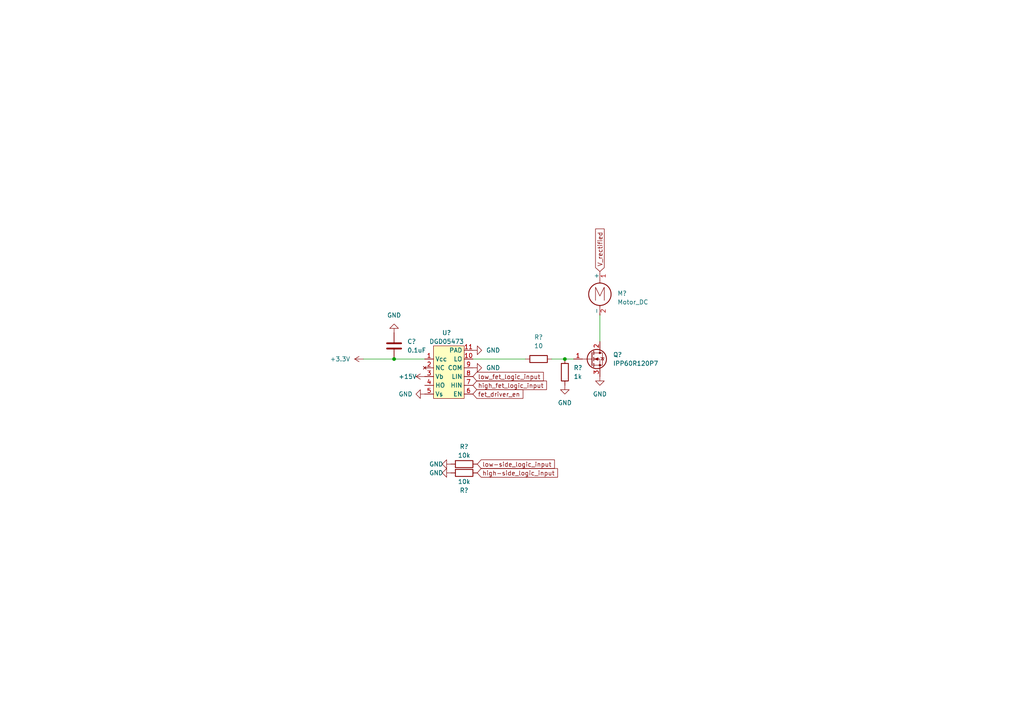
<source format=kicad_sch>
(kicad_sch (version 20211123) (generator eeschema)
  (paper "A4")
  (lib_symbols
    (symbol "Device:C" (pin_numbers hide) (pin_names (offset 0.254))
      (property "Reference" "C" (at 0.635 2.54 0))
      (property "Value" "C" (at 0.635 -2.54 0))
      (symbol "C_0_1"
        (polyline (pts (xy -2.032 -0.762) (xy 2.032 -0.762)) (stroke (width 0.508)))
        (polyline (pts (xy -2.032 0.762) (xy 2.032 0.762)) (stroke (width 0.508)))
      )
      (symbol "C_1_1"
        (pin passive line (at 0 3.81 270) (length 2.794) (name "~") (number "1"))
        (pin passive line (at 0 -3.81 90) (length 2.794) (name "~") (number "2"))
      )
    )
    (symbol "Device:R" (pin_numbers hide) (pin_names (offset 0))
      (property "Reference" "R" (at 2.032 0 90))
      (property "Value" "R" (at 0 0 90))
      (symbol "R_0_1"
        (rectangle (start -1.016 -2.54) (end 1.016 2.54) (stroke (width 0.254)))
      )
      (symbol "R_1_1"
        (pin passive line (at 0 3.81 270) (length 1.27) (name "~") (number "1"))
        (pin passive line (at 0 -3.81 90) (length 1.27) (name "~") (number "2"))
      )
    )
    (symbol "Driver_FET:DGD05473"
      (property "Reference" "U" (at -3.81 1.27 0))
      (property "Value" "DGD05473" (at 1.27 -17.78 0))
      (symbol "DGD05473_0_1"
        (rectangle (start -3.81 -15.24) (end 5.08 0) (fill (type background)))
      )
      (symbol "DGD05473_1_1"
        (pin power_in line (at -6.35 -3.81 0) (length 2.54) (name "Vcc") (number "1"))
        (pin power_in line (at 7.62 -3.81 180) (length 2.54) (name "LO") (number "10"))
        (pin unspecified line (at 7.62 -1.27 180) (length 2.54) (name "PAD") (number "11"))
        (pin no_connect line (at -6.35 -6.35 0) (length 2.54) (name "NC") (number "2"))
        (pin power_in line (at -6.35 -8.89 0) (length 2.54) (name "Vb") (number "3"))
        (pin output line (at -6.35 -11.43 0) (length 2.54) (name "HO") (number "4"))
        (pin power_in line (at -6.35 -13.97 0) (length 2.54) (name "Vs") (number "5"))
        (pin input line (at 7.62 -13.97 180) (length 2.54) (name "EN") (number "6"))
        (pin input line (at 7.62 -11.43 180) (length 2.54) (name "HIN") (number "7"))
        (pin input line (at 7.62 -8.89 180) (length 2.54) (name "LIN") (number "8"))
        (pin power_in line (at 7.62 -6.35 180) (length 2.54) (name "COM") (number "9"))
      )
    )
    (symbol "Motor:Motor_DC" (pin_names (offset 0))
      (property "Reference" "M" (at 2.54 2.54 0))
      (property "Value" "Motor_DC" (at 2.54 -5.08 0))
      (symbol "Motor_DC_0_0"
        (polyline (pts (xy -1.27 -3.302) (xy -1.27 0.508) (xy 0 -2.032) (xy 1.27 0.508) (xy 1.27 -3.302)))
      )
      (symbol "Motor_DC_0_1"
        (circle (center 0 -1.524) (radius 3.2512) (stroke (width 0.254)))
        (polyline (pts (xy 0 -7.62) (xy 0 -7.112)))
        (polyline (pts (xy 0 -4.7752) (xy 0 -5.1816)))
        (polyline (pts (xy 0 1.7272) (xy 0 2.0828)))
        (polyline (pts (xy 0 2.032) (xy 0 2.54)))
      )
      (symbol "Motor_DC_1_1"
        (pin passive line (at 0 5.08 270) (length 2.54) (name "+") (number "1"))
        (pin passive line (at 0 -7.62 90) (length 2.54) (name "-") (number "2"))
      )
    )
    (symbol "Transistor_FET:IPP60R120P7" (pin_names hide)
      (property "Reference" "Q" (at 6.35 2.54 0))
      (property "Value" "IPP60R120P7" (at 6.35 0 0))
      (symbol "IPP60R120P7_0_1"
        (polyline (pts (xy 0.254 0) (xy -2.54 0)))
        (polyline (pts (xy 0.254 1.905) (xy 0.254 -1.905)) (stroke (width 0.254)))
        (polyline (pts (xy 0.762 -1.27) (xy 0.762 -2.286)) (stroke (width 0.254)))
        (polyline (pts (xy 0.762 0.508) (xy 0.762 -0.508)) (stroke (width 0.254)))
        (polyline (pts (xy 0.762 2.286) (xy 0.762 1.27)) (stroke (width 0.254)))
        (polyline (pts (xy 2.54 2.54) (xy 2.54 1.778)))
        (polyline (pts (xy 2.54 -2.54) (xy 2.54 0) (xy 0.762 0)))
        (polyline (pts (xy 0.762 -1.778) (xy 3.302 -1.778) (xy 3.302 1.778) (xy 0.762 1.778)))
        (polyline (pts (xy 1.016 0) (xy 2.032 0.381) (xy 2.032 -0.381) (xy 1.016 0)) (fill (type outline)))
        (polyline (pts (xy 2.794 0.508) (xy 2.921 0.381) (xy 3.683 0.381) (xy 3.81 0.254)))
        (polyline (pts (xy 3.302 0.381) (xy 2.921 -0.254) (xy 3.683 -0.254) (xy 3.302 0.381)))
        (circle (center 1.651 0) (radius 2.794) (stroke (width 0.254)))
        (circle (center 2.54 -1.778) (radius 0.254) (fill (type outline)))
        (circle (center 2.54 1.778) (radius 0.254) (fill (type outline)))
      )
      (symbol "IPP60R120P7_1_1"
        (pin input line (at -5.08 0 0) (length 2.54) (name "G") (number "1"))
        (pin passive line (at 2.54 5.08 270) (length 2.54) (name "D") (number "2"))
        (pin passive line (at 2.54 -5.08 90) (length 2.54) (name "S") (number "3"))
      )
    )
    (symbol "power:+15V" (power) (pin_names (offset 0))
      (property "Value" "+15V" (at 0 3.556 0))
      (symbol "+15V_0_1"
        (polyline (pts (xy -0.762 1.27) (xy 0 2.54)))
        (polyline (pts (xy 0 0) (xy 0 2.54)))
        (polyline (pts (xy 0 2.54) (xy 0.762 1.27)))
      )
      (symbol "+15V_1_1"
        (pin power_in line (at 0 0 90) (length 0) hide (name "+15V") (number "1"))
      )
    )
    (symbol "power:+3.3V" (power) (pin_names (offset 0))
      (property "Value" "+3.3V" (at 0 3.556 0))
      (symbol "+3.3V_0_1"
        (polyline (pts (xy -0.762 1.27) (xy 0 2.54)))
        (polyline (pts (xy 0 0) (xy 0 2.54)))
        (polyline (pts (xy 0 2.54) (xy 0.762 1.27)))
      )
      (symbol "+3.3V_1_1"
        (pin power_in line (at 0 0 90) (length 0) hide (name "+3.3V") (number "1"))
      )
    )
    (symbol "power:GND" (power) (pin_names (offset 0))
      (property "Value" "GND" (at 0 -3.81 0))
      (symbol "GND_0_1"
        (polyline (pts (xy 0 0) (xy 0 -1.27) (xy 1.27 -1.27) (xy 0 -2.54) (xy -1.27 -1.27) (xy 0 -1.27)))
      )
      (symbol "GND_1_1"
        (pin power_in line (at 0 0 270) (length 0) hide (name "GND") (number "1"))
      )
    )
  )
  (junction (at 114.3 104.14))
  (junction (at 163.83 104.14))
  (wire (pts (xy 173.99 91.44) (xy 173.99 99.06)))
  (wire (pts (xy 105.41 104.14) (xy 114.3 104.14)))
  (wire (pts (xy 114.3 104.14) (xy 123.19 104.14)))
  (wire (pts (xy 160.02 104.14) (xy 163.83 104.14)))
  (wire (pts (xy 137.16 104.14) (xy 152.4 104.14)))
  (wire (pts (xy 163.83 104.14) (xy 166.37 104.14)))
  (global_label "fet_driver_en" (shape input) (at 137.16 114.3 0) (property "Intersheet References" "${INTERSHEET_REFS}" (effects hide)))
  (global_label "V_rectified" (shape input) (at 173.99 78.74 90) (property "Intersheet References" "${INTERSHEET_REFS}" (effects hide)))
  (global_label "low_fet_logic_input" (shape input) (at 137.16 109.22 0) (property "Intersheet References" "${INTERSHEET_REFS}" (effects hide)))
  (global_label "high-side_logic_input" (shape input) (at 138.43 137.16 0) (property "Intersheet References" "${INTERSHEET_REFS}" (effects hide)))
  (global_label "low-side_logic_input" (shape input) (at 138.43 134.62 0) (property "Intersheet References" "${INTERSHEET_REFS}" (effects hide)))
  (global_label "high_fet_logic_input" (shape input) (at 137.16 111.76 0) (property "Intersheet References" "${INTERSHEET_REFS}" (effects hide)))
  (symbol (lib_id "power:GND") (at 130.81 134.62 270) (unit 1)
    (property "Reference" "#PWR?" (effects hide))
    (property "Value" "GND" (at 124.46 134.62 90) (effects (justify left)))
  )
  (symbol (lib_id "Driver_FET:DGD05473") (at 129.54 100.33 0) (unit 1)
    (property "Reference" "U?" (at 129.54 96.52 0))
    (property "Value" "DGD05473" (at 129.54 99.06 0))
    (property "Footprint" "Package_DFN_QFN:DFN-10-1EP_2.3x3.3mm_P0.5mm_EP1.65x2.6mm" (effects hide))
    (property "Datasheet" "https://www.diodes.com/assets/Datasheets/DGD05473.pdf" (effects hide))
    (property "Spice_Primitive" "X" (effects hide))
    (property "Spice_Model" "DGD05473" (effects hide))
    (property "Spice_Netlist_Enabled" "Y" (effects hide))
    (property "Link" "https://www.digikey.com/en/products/detail/diodes-incorporated/DGD05473FN-7/8126115" (effects hide))
  )
  (symbol (lib_id "power:GND") (at 130.81 137.16 270) (unit 1)
    (property "Reference" "#PWR?" (effects hide))
    (property "Value" "GND" (at 124.46 137.16 90) (effects (justify left)))
  )
  (symbol (lib_id "Transistor_FET:IPP60R120P7") (at 171.45 104.14 0) (unit 1)
    (property "Reference" "Q?" (at 177.8 102.8699 0) (effects (justify left)))
    (property "Value" "IPP60R120P7" (at 177.8 105.4099 0) (effects (justify left)))
    (property "Footprint" "Package_TO_SOT_THT:TO-220-3_Horizontal_TabDown" (effects hide))
    (property "Datasheet" "https://www.infineon.com/dgdl/Infineon-IPP60R120P7-DS-v02_00-EN.pdf?fileId=5546d4625acbae4c015acd0f0fdf074f" (effects hide))
    (property "Link" "https://www.digikey.com/en/products/detail/infineon-technologies/IPP60R120P7XKSA1/7428148" (effects hide))
    (property "Spice_Primitive" "X" (effects hide))
    (property "Spice_Model" "IPP60R120P7_L1" (effects hide))
    (property "Spice_Netlist_Enabled" "Y" (effects hide))
    (property "Spice_Lib_File" "spice\\Simulation_model_CoolMOS_P7_MOSFET_600V_Spice.lib" (effects hide))
  )
  (symbol (lib_id "power:+15V") (at 123.19 109.22 90) (unit 1)
    (property "Reference" "#PWR?" (effects hide))
    (property "Value" "+15V" (at 115.57 109.22 90) (effects (justify right)))
  )
  (symbol (lib_id "Motor:Motor_DC") (at 173.99 83.82 0) (unit 1)
    (property "Reference" "M?" (at 179.07 85.0899 0) (effects (justify left)))
    (property "Value" "Motor_DC" (at 179.07 87.6299 0) (effects (justify left)))
  )
  (symbol (lib_id "Device:R") (at 134.62 137.16 90) (unit 1)
    (property "Reference" "R?" (at 134.62 142.24 90))
    (property "Value" "10k" (at 134.62 139.7 90))
    (property "Footprint" "Resistor_SMD:R_0402_1005Metric" (effects hide))
  )
  (symbol (lib_id "power:GND") (at 137.16 106.68 90) (unit 1)
    (property "Reference" "#PWR?" (effects hide))
    (property "Value" "GND" (at 140.97 106.6799 90) (effects (justify right)))
  )
  (symbol (lib_id "power:GND") (at 163.83 111.76 0) (unit 1)
    (property "Reference" "#PWR?" (effects hide))
    (property "Value" "GND" (at 163.83 116.84 0))
  )
  (symbol (lib_id "Device:R") (at 134.62 134.62 270) (unit 1)
    (property "Reference" "R?" (at 134.62 129.54 90))
    (property "Value" "10k" (at 134.62 132.08 90))
    (property "Footprint" "Resistor_SMD:R_0402_1005Metric" (effects hide))
  )
  (symbol (lib_id "power:GND") (at 114.3 96.52 180) (unit 1)
    (property "Reference" "#PWR?" (effects hide))
    (property "Value" "GND" (at 114.3 91.44 0))
  )
  (symbol (lib_id "power:+3.3V") (at 105.41 104.14 90) (unit 1)
    (property "Reference" "#PWR?" (effects hide))
    (property "Value" "+3.3V" (at 101.6 104.1399 90) (effects (justify left)))
  )
  (symbol (lib_id "power:GND") (at 173.99 109.22 0) (unit 1)
    (property "Reference" "#PWR?" (effects hide))
    (property "Value" "GND" (at 173.99 114.3 0))
  )
  (symbol (lib_id "Device:C") (at 114.3 100.33 0) (unit 1)
    (property "Reference" "C?" (at 118.11 99.0599 0) (effects (justify left)))
    (property "Value" "0.1uF" (at 118.11 101.5999 0) (effects (justify left)))
    (property "Footprint" "Capacitor_SMD:C_0402_1005Metric" (effects hide))
  )
  (symbol (lib_id "Device:R") (at 163.83 107.95 180) (unit 1)
    (property "Reference" "R?" (at 166.37 106.6799 0) (effects (justify right)))
    (property "Value" "1k" (at 166.37 109.2199 0) (effects (justify right)))
    (property "Footprint" "Resistor_SMD:R_0402_1005Metric" (effects hide))
  )
  (symbol (lib_id "power:GND") (at 123.19 114.3 270) (unit 1)
    (property "Reference" "#PWR?" (effects hide))
    (property "Value" "GND" (at 115.57 114.3 90) (effects (justify left)))
  )
  (symbol (lib_id "Device:R") (at 156.21 104.14 90) (unit 1)
    (property "Reference" "R?" (at 156.21 97.79 90))
    (property "Value" "10" (at 156.21 100.33 90))
    (property "Footprint" "Capacitor_SMD:C_1206_3216Metric" (effects hide))
    (property "Datasheet" "https://www.digikey.com/en/products/detail/rohm-semiconductor/ESR18EZPF10R0/1983595" (effects hide))
  )
  (symbol (lib_id "power:GND") (at 137.16 101.6 90) (unit 1)
    (property "Reference" "#PWR?" (effects hide))
    (property "Value" "GND" (at 140.97 101.5999 90) (effects (justify right)))
  )
)
</source>
